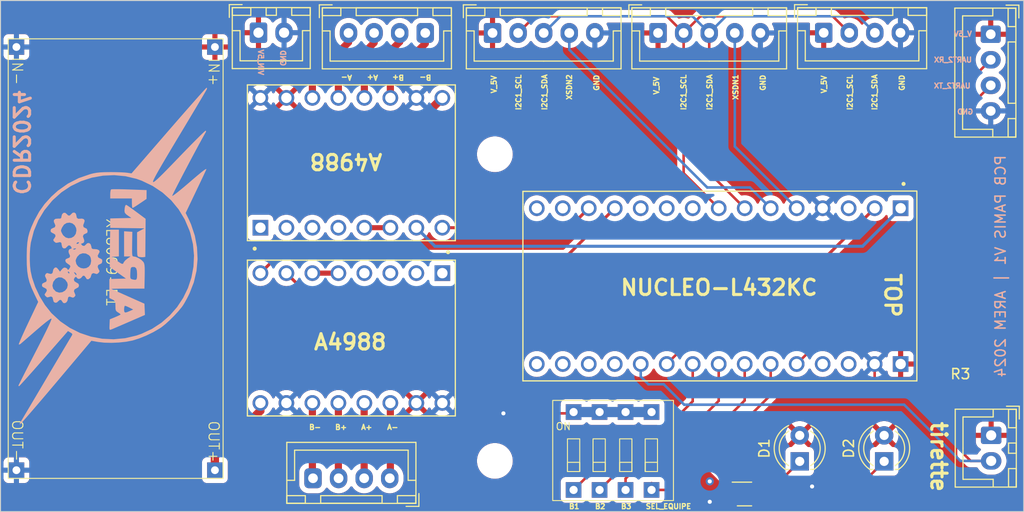
<source format=kicad_pcb>
(kicad_pcb (version 20240108) (generator "pcbnew") (generator_version "8.0")
  (title_block (title "Carte générale PAMIs") (date "2024-03-16") (rev "Cyril, Eliott") (company "AREM"))
  (layers (0 "F.Cu" signal) (31 "B.Cu" signal) (34 "B.Paste" user) (35 "F.Paste" user) (36 "B.SilkS" user "B.Silkscreen") (37 "F.SilkS" user "F.Silkscreen") (38 "B.Mask" user) (39 "F.Mask" user) (44 "Edge.Cuts" user))
  (net 0 "")
  (net 1 "MUX_INPUT_1")
  (net 2 "V_5V")
  (net 3 "MUX_INPUT_2")
  (net 4 "GND")
  (net 5 "I2C1_SCL")
  (net 6 "I2C1_SDA")
  (net 7 "M1_B-")
  (net 8 "M1_B+")
  (net 9 "M1_A+")
  (net 10 "M1_A-")
  (net 11 "M2_B-")
  (net 12 "M2_B+")
  (net 13 "M2_A+")
  (net 14 "M2_A-")
  (net 15 "UART2_RX")
  (net 16 "UART2_TX")
  (net 17 "MUX_OUTPUT")
  (net 18 "V_9V")
  (net 23 "Net-(U2-~RESET)")
  (net 24 "STEP1")
  (net 25 "DIR1")
  (net 30 "Net-(U3-~RESET)")
  (net 31 "STEP2")
  (net 32 "DIR2")
  (net 34 "XSDN1")
  (net 35 "XSDN2")
  (net 37 "TIRETTE")
  (net 42 "V_3.3V")
  (net 46 "BINARY_1")
  (net 47 "BINARY_2")
  (net 48 "BINARY_3")
  (net 49 "SELECT_EQUIPE")
  (net 52 "Net-(R2-Pad1)")
  (footprint "Resistor_SMD:R_0201_0603Metric" (layer "F.Cu") (at 197.394 101.346 180)
    (property "Reference" "R2" (hide yes))
    (property "Value" "R" (hide yes))
    (pad "1" smd roundrect (at -0.32 0 180) (size 0.46 0.4) (layers "F.Cu" "F.Mask") (net 52 "Net-(R2-Pad1)"))
    (pad "2" smd roundrect (at 0.32 0 180) (size 0.46 0.4) (layers "F.Cu" "F.Mask") (net 4 "GND"))
  )
  (footprint "lib:XL6009-E1" (layer "F.Cu") (at 147.34 86.2076 -90)
    (property "Reference" "U1" (hide yes))
    (property "Value" "~" (hide yes))
    (fp_text user "OUT+" (at 15.8 -19.6 -90) (layer "F.SilkS") (effects (font (thickness 0.1)) (justify left bottom)))
    (fp_text user "IN-" (at -19.8 -0.4 -90) (layer "F.SilkS") (effects (font (thickness 0.1)) (justify left bottom)))
    (fp_text user "IN+" (at -19.7 -19.6 -90) (layer "F.SilkS") (effects (font (thickness 0.1)) (justify left bottom)))
    (fp_text user "OUT-" (at 15.7 -0.4 -90) (layer "F.SilkS") (effects (font (thickness 0.1)) (justify left bottom)))
    (fp_text user "XL6009-E1" (at -4 -9.6 -90) (layer "F.SilkS") (effects (font (thickness 0.1)) (justify left bottom)))
    (pad "1" thru_hole rect (at -20.7 -20.3 270) (size 1.524 1.524) (drill 0.762) (layers "*.Cu" "*.Mask") (net 2 "V_5V"))
    (pad "2" thru_hole rect (at -20.7 -0.9 270) (size 1.524 1.524) (drill 0.762) (layers "*.Cu" "*.Mask") (net 4 "GND"))
    (pad "3" thru_hole rect (at 20.7 -20.3 270) (size 1.524 1.524) (drill 0.762) (layers "*.Cu" "*.Mask") (net 18 "V_9V"))
    (pad "4" thru_hole rect (at 20.7 -0.9 270) (size 1.524 1.524) (drill 0.762) (layers "*.Cu" "*.Mask") (net 4 "GND"))
  )
  (footprint "lib:EDG104S" (layer "F.Cu") (at 202.692 108.839)
    (property "Reference" "U5" (hide yes))
    (property "Value" "~" (hide yes))
    (fp_text user "ON" (at -1.8 -5.8 0) (layer "F.SilkS") (effects (font (size 0.7 0.7) (thickness 0.1)) (justify left bottom)))
    (pad "1" thru_hole rect (at 0 0) (size 1.524 1.524) (drill 0.8) (layers "*.Cu" "*.Mask") (net 46 "BINARY_1"))
    (pad "2" thru_hole rect (at 2.54 0) (size 1.524 1.524) (drill 0.8) (layers "*.Cu" "*.Mask") (net 47 "BINARY_2"))
    (pad "3" thru_hole rect (at 5.08 0) (size 1.524 1.524) (drill 0.8) (layers "*.Cu" "*.Mask") (net 48 "BINARY_3"))
    (pad "4" thru_hole rect (at 7.62 0) (size 1.524 1.524) (drill 0.8) (layers "*.Cu" "*.Mask") (net 49 "SELECT_EQUIPE"))
    (pad "5" thru_hole rect (at 7.62 -7.62) (size 1.524 1.524) (drill 0.8) (layers "*.Cu" "*.Mask") (net 52 "Net-(R2-Pad1)"))
    (pad "6" thru_hole rect (at 5.08 -7.62) (size 1.524 1.524) (drill 0.8) (layers "*.Cu" "*.Mask") (net 52 "Net-(R2-Pad1)"))
    (pad "7" thru_hole rect (at 2.54 -7.62) (size 1.524 1.524) (drill 0.8) (layers "*.Cu" "*.Mask") (net 52 "Net-(R2-Pad1)"))
    (pad "8" thru_hole rect (at 0 -7.62) (size 1.524 1.524) (drill 0.8) (layers "*.Cu" "*.Mask") (net 52 "Net-(R2-Pad1)"))
  )
  (footprint "Connector_JST:JST_XH_B2B-XH-A_1x02_P2.50mm_Vertical" (layer "F.Cu") (at 171.8964 64.1096)
    (property "Reference" "J1" (hide yes))
    (property "Value" "JST_XH_2_pins" (hide yes))
    (pad "1" thru_hole roundrect (at 0 0) (size 1.7 2) (drill 1) (layers "*.Cu" "*.Mask") (roundrect_rratio 0.1470588235) (net 2 "V_5V"))
    (pad "2" thru_hole oval (at 2.5 0) (size 1.7 2) (drill 1) (layers "*.Cu" "*.Mask") (net 4 "GND"))
  )
  (footprint "lib:MODULE_A4988_STEPPER_MOTOR_DRIVER_CARRIER" (layer "F.Cu") (at 180.975 76.835 90)
    (property "Reference" "U3" (hide yes))
    (property "Value" "~" (hide yes))
    (pad "1" thru_hole rect (at -6.35 -8.89 90) (size 1.53 1.53) (drill 1.02) (layers "*.Cu" "*.Mask"))
    (pad "2" thru_hole circle (at -6.35 -6.35 90) (size 1.53 1.53) (drill 1.02) (layers "*.Cu" "*.Mask"))
    (pad "3" thru_hole circle (at -6.35 -3.81 90) (size 1.53 1.53) (drill 1.02) (layers "*.Cu" "*.Mask"))
    (pad "4" thru_hole circle (at -6.35 -1.27 90) (size 1.53 1.53) (drill 1.02) (layers "*.Cu" "*.Mask"))
    (pad "5" thru_hole circle (at -6.35 1.27 90) (size 1.53 1.53) (drill 1.02) (layers "*.Cu" "*.Mask") (net 30 "Net-(U3-~RESET)"))
    (pad "6" thru_hole circle (at -6.35 3.81 90) (size 1.53 1.53) (drill 1.02) (layers "*.Cu" "*.Mask") (net 30 "Net-(U3-~RESET)"))
    (pad "7" thru_hole circle (at -6.35 6.35 90) (size 1.53 1.53) (drill 1.02) (layers "*.Cu" "*.Mask") (net 31 "STEP2"))
    (pad "8" thru_hole circle (at -6.35 8.89 90) (size 1.53 1.53) (drill 1.02) (layers "*.Cu" "*.Mask") (net 32 "DIR2"))
    (pad "9" thru_hole circle (at 6.35 8.89 90) (size 1.53 1.53) (drill 1.02) (layers "*.Cu" "*.Mask") (net 18 "V_9V"))
    (pad "10" thru_hole circle (at 6.35 6.35 90) (size 1.53 1.53) (drill 1.02) (layers "*.Cu" "*.Mask") (net 4 "GND"))
    (pad "11" thru_hole circle (at 6.35 3.81 90) (size 1.53 1.53) (drill 1.02) (layers "*.Cu" "*.Mask") (net 11 "M2_B-"))
    (pad "12" thru_hole circle (at 6.35 1.27 90) (size 1.53 1.53) (drill 1.02) (layers "*.Cu" "*.Mask") (net 12 "M2_B+"))
    (pad "13" thru_hole circle (at 6.35 -1.27 90) (size 1.53 1.53) (drill 1.02) (layers "*.Cu" "*.Mask") (net 13 "M2_A+"))
    (pad "14" thru_hole circle (at 6.35 -3.81 90) (size 1.53 1.53) (drill 1.02) (layers "*.Cu" "*.Mask") (net 14 "M2_A-"))
    (pad "15" thru_hole circle (at 6.35 -6.35 90) (size 1.53 1.53) (drill 1.02) (layers "*.Cu" "*.Mask") (net 2 "V_5V"))
    (pad "16" thru_hole circle (at 6.35 -8.89 90) (size 1.53 1.53) (drill 1.02) (layers "*.Cu" "*.Mask") (net 4 "GND"))
  )
  (footprint "Connector_JST:JST_XH_B4B-XH-A_1x04_P2.50mm_Vertical" (layer "F.Cu") (at 243.459 64.262 -90)
    (property "Reference" "J7" (hide yes))
    (property "Value" "JST_XH_4_pins" (hide yes))
    (pad "1" thru_hole roundrect (at 0 0 270) (size 1.7 1.95) (drill 0.95) (layers "*.Cu" "*.Mask") (roundrect_rratio 0.1470588235) (net 2 "V_5V"))
    (pad "2" thru_hole oval (at 2.5 0 270) (size 1.7 1.95) (drill 0.95) (layers "*.Cu" "*.Mask") (net 15 "UART2_RX"))
    (pad "3" thru_hole oval (at 5 0 270) (size 1.7 1.95) (drill 0.95) (layers "*.Cu" "*.Mask") (net 16 "UART2_TX"))
    (pad "4" thru_hole oval (at 7.5 0 270) (size 1.7 1.95) (drill 0.95) (layers "*.Cu" "*.Mask") (net 4 "GND"))
  )
  (footprint "Connector_JST:JST_XH_B5B-XH-A_1x05_P2.50mm_Vertical" (layer "F.Cu") (at 210.947 64.135)
    (property "Reference" "J2" (hide yes))
    (property "Value" "Conn_01x05_Pin" (hide yes))
    (pad "1" thru_hole roundrect (at 0 0) (size 1.7 1.95) (drill 0.95) (layers "*.Cu" "*.Mask") (roundrect_rratio 0.1470588235) (net 2 "V_5V"))
    (pad "2" thru_hole oval (at 2.5 0) (size 1.7 1.95) (drill 0.95) (layers "*.Cu" "*.Mask") (net 5 "I2C1_SCL"))
    (pad "3" thru_hole oval (at 5 0) (size 1.7 1.95) (drill 0.95) (layers "*.Cu" "*.Mask") (net 6 "I2C1_SDA"))
    (pad "4" thru_hole oval (at 7.5 0) (size 1.7 1.95) (drill 0.95) (layers "*.Cu" "*.Mask") (net 34 "XSDN1"))
    (pad "5" thru_hole oval (at 10 0) (size 1.7 1.95) (drill 0.95) (layers "*.Cu" "*.Mask") (net 4 "GND"))
  )
  (footprint "Resistor_SMD:R_0201_0603Metric" (layer "F.Cu") (at 223.835 109.22)
    (property "Reference" "R1" (hide yes))
    (property "Value" "R" (hide yes))
    (pad "1" smd roundrect (at -0.32 0) (size 0.46 0.4) (layers "F.Cu" "F.Mask") (net 17 "MUX_OUTPUT"))
    (pad "2" smd roundrect (at 0.32 0) (size 0.46 0.4) (layers "F.Cu" "F.Mask") (net 4 "GND"))
  )
  (footprint "MountingHole:MountingHole_3mm" (layer "F.Cu") (at 195 76)
    (property "Reference" "H1" (hide yes))
    (property "Value" "MountingHole" (hide yes))
    (pad "" np_thru_hole circle (at 0 0) (size 3 3) (drill 3) (layers "*.Cu" "*.Mask"))
  )
  (footprint "Connector_JST:JST_XH_B2B-XH-A_1x02_P2.50mm_Vertical" (layer "F.Cu") (at 243.5 103.5 -90)
    (property "Reference" "J8" (hide yes))
    (property "Value" "JST_XH_2_pins" (hide yes))
    (pad "1" thru_hole roundrect (at 0 0 270) (size 1.7 2) (drill 1) (layers "*.Cu" "*.Mask") (roundrect_rratio 0.147059) (net 2 "V_5V"))
    (pad "2" thru_hole oval (at 2.5 0 270) (size 1.7 2) (drill 1) (layers "*.Cu" "*.Mask") (net 37 "TIRETTE"))
  )
  (footprint "MountingHole:MountingHole_3mm" (layer "F.Cu") (at 195 106)
    (property "Reference" "H2" (hide yes))
    (property "Value" "MountingHole" (hide yes))
    (pad "" np_thru_hole circle (at 0 0) (size 3 3) (drill 3) (layers "*.Cu" "*.Mask"))
  )
  (footprint "LED_THT:LED_D4.0mm" (layer "F.Cu") (at 233.045 106.045 90)
    (property "Reference" "D2" (at 1.27 -3.46 90) (layer "F.SilkS"))
    (property "Value" "LED_JAUNE" (hide yes))
    (pad "1" thru_hole rect (at 0 0 90) (size 1.8 1.8) (drill 0.9) (layers "*.Cu" "*.Mask") (net 3 "MUX_INPUT_2"))
    (pad "2" thru_hole circle (at 2.54 0 90) (size 1.8 1.8) (drill 0.9) (layers "*.Cu" "*.Mask") (net 2 "V_5V"))
  )
  (footprint "lib:MODULE_A4988_STEPPER_MOTOR_DRIVER_CARRIER" (layer "F.Cu") (at 180.975 93.98 -90)
    (property "Reference" "U2" (hide yes))
    (property "Value" "~" (hide yes))
    (pad "1" thru_hole rect (at -6.35 -8.89 270) (size 1.53 1.53) (drill 1.02) (layers "*.Cu" "*.Mask"))
    (pad "2" thru_hole circle (at -6.35 -6.35 270) (size 1.53 1.53) (drill 1.02) (layers "*.Cu" "*.Mask"))
    (pad "3" thru_hole circle (at -6.35 -3.81 270) (size 1.53 1.53) (drill 1.02) (layers "*.Cu" "*.Mask"))
    (pad "4" thru_hole circle (at -6.35 -1.27 270) (size 1.53 1.53) (drill 1.02) (layers "*.Cu" "*.Mask"))
    (pad "5" thru_hole circle (at -6.35 1.27 270) (size 1.53 1.53) (drill 1.02) (layers "*.Cu" "*.Mask") (net 23 "Net-(U2-~RESET)"))
    (pad "6" thru_hole circle (at -6.35 3.81 270) (size 1.53 1.53) (drill 1.02) (layers "*.Cu" "*.Mask") (net 23 "Net-(U2-~RESET)"))
    (pad "7" thru_hole circle (at -6.35 6.35 270) (size 1.53 1.53) (drill 1.02) (layers "*.Cu" "*.Mask") (net 24 "STEP1"))
    (pad "8" thru_hole circle (at -6.35 8.89 270) (size 1.53 1.53) (drill 1.02) (layers "*.Cu" "*.Mask") (net 25 "DIR1"))
    (pad "9" thru_hole circle (at 6.35 8.89 270) (size 1.53 1.53) (drill 1.02) (layers "*.Cu" "*.Mask") (net 18 "V_9V"))
    (pad "10" thru_hole circle (at 6.35 6.35 270) (size 1.53 1.53) (drill 1.02) (layers "*.Cu" "*.Mask") (net 4 "GND"))
    (pad "11" thru_hole circle (at 6.35 3.81 270) (size 1.53 1.53) (drill 1.02) (layers "*.Cu" "*.Mask") (net 7 "M1_B-"))
    (pad "12" thru_hole circle (at 6.35 1.27 270) (size 1.53 1.53) (drill 1.02) (layers "*.Cu" "*.Mask") (net 8 "M1_B+"))
    (pad "13" thru_hole circle (at 6.35 -1.27 270) (size 1.53 1.53) (drill 1.02) (layers "*.Cu" "*.Mask") (net 9 "M1_A+"))
    (pad "14" thru_hole circle (at 6.35 -3.81 270) (size 1.53 1.53) (drill 1.02) (layers "*.Cu" "*.Mask") (net 10 "M1_A-"))
    (pad "15" thru_hole circle (at 6.35 -6.35 270) (size 1.53 1.53) (drill 1.02) (layers "*.Cu" "*.Mask") (net 2 "V_5V"))
    (pad "16" thru_hole circle (at 6.35 -8.89 270) (size 1.53 1.53) (drill 1.02) (layers "*.Cu" "*.Mask") (net 4 "GND"))
  )
  (footprint "Resistor_SMD:R_0201_0603Metric" (layer "F.Cu") (at 240.5 99)
    (property "Reference" "R3" (at 0 -1.5 0) (layer "F.SilkS"))
    (property "Value" "R" (hide yes))
    (pad "1" smd roundrect (at -0.32 0) (size 0.46 0.4) (layers "F.Cu" "F.Mask") (net 4 "GND"))
    (pad "2" smd roundrect (at 0.32 0) (size 0.46 0.4) (layers "F.Cu" "F.Mask") (net 37 "TIRETTE"))
  )
  (footprint "LED_THT:LED_D4.0mm" (layer "F.Cu") (at 224.79 106.045 90)
    (property "Reference" "D1" (at 1.27 -3.46 90) (layer "F.SilkS"))
    (property "Value" "LED_BLEU" (hide yes))
    (pad "1" thru_hole rect (at 0 0 90) (size 1.8 1.8) (drill 0.9) (layers "*.Cu" "*.Mask") (net 1 "MUX_INPUT_1"))
    (pad "2" thru_hole circle (at 2.54 0 90) (size 1.8 1.8) (drill 0.9) (layers "*.Cu" "*.Mask") (net 2 "V_5V"))
  )
  (footprint "Connector_JST:JST_XH_B4B-XH-A_1x04_P2.50mm_Vertical" (layer "F.Cu") (at 180.6956 64.135)
    (property "Reference" "J6" (hide yes))
    (property "Value" "JST_XH_4_pins" (hide yes))
    (pad "1" thru_hole roundrect (at 7.5 0) (size 1.7 1.95) (drill 0.95) (layers "*.Cu" "*.Mask") (net 11 "M2_B-"))
    (pad "2" thru_hole oval (at 5 0) (size 1.7 1.95) (drill 0.95) (layers "*.Cu" "*.Mask") (net 12 "M2_B+"))
    (pad "3" thru_hole oval (at 2.5 0) (size 1.7 1.95) (drill 0.95) (layers "*.Cu" "*.Mask") (net 13 "M2_A+"))
    (pad "4" thru_hole oval (at 0 0) (size 1.7 1.95) (drill 0.95) (layers "*.Cu" "*.Mask") (net 14 "M2_A-"))
  )
  (footprint "Connector_JST:JST_XH_B5B-XH-A_1x05_P2.50mm_Vertical" (layer "F.Cu") (at 194.771 64.135)
    (property "Reference" "J4" (hide yes))
    (property "Value" "Conn_01x05_Pin" (hide yes))
    (pad "1" thru_hole roundrect (at 0 0) (size 1.7 1.95) (drill 0.95) (layers "*.Cu" "*.Mask") (roundrect_rratio 0.1470588235) (net 2 "V_5V"))
    (pad "2" thru_hole oval (at 2.5 0) (size 1.7 1.95) (drill 0.95) (layers "*.Cu" "*.Mask") (net 5 "I2C1_SCL"))
    (pad "3" thru_hole oval (at 5 0) (size 1.7 1.95) (drill 0.95) (layers "*.Cu" "*.Mask") (net 6 "I2C1_SDA"))
    (pad "4" thru_hole oval (at 7.5 0) (size 1.7 1.95) (drill 0.95) (layers "*.Cu" "*.Mask") (net 35 "XSDN2"))
    (pad "5" thru_hole oval (at 10 0) (size 1.7 1.95) (drill 0.95) (layers "*.Cu" "*.Mask") (net 4 "GND"))
  )
  (footprint "logo:logo_arem" (layer "F.Cu") (at 158 85.5 -90)
    (property "Reference" "Logo arem" (hide yes))
    (property "Value" "LOGO" (hide yes))
  )
  (footprint "Connector_JST:JST_XH_B4B-XH-A_1x04_P2.50mm_Vertical" (layer "F.Cu") (at 184.725 107.696 180)
    (property "Reference" "J5" (hide yes))
    (property "Value" "JST_XH_4_pins" (hide yes))
    (pad "1" thru_hole roundrect (at 7.5 0 180) (size 1.7 1.95) (drill 0.95) (layers "*.Cu" "*.Mask") (net 7 "M1_B-"))
    (pad "2" thru_hole oval (at 5 0 180) (size 1.7 1.95) (drill 0.95) (layers "*.Cu" "*.Mask") (net 8 "M1_B+"))
    (pad "3" thru_hole oval (at 2.5 0 180) (size 1.7 1.95) (drill 0.95) (layers "*.Cu" "*.Mask") (net 9 "M1_A+"))
    (pad "4" thru_hole oval (at 0 0 180) (size 1.7 1.95) (drill 0.95) (layers "*.Cu" "*.Mask") (net 10 "M1_A-"))
  )
  (footprint "lib:MODULE_NUCLEO-L432KC" (layer "F.Cu") (at 218.44 88.9 -90)
    (property "Reference" "U4" (hide yes))
    (property "Value" "~" (hide yes))
    (pad "1" thru_hole rect (at -7.62 -16.215 270) (size 1.53 1.53) (drill 1.02) (layers "*.Cu" "*.Mask") (net 31 "STEP2"))
    (pad "2" thru_hole circle (at -7.62 -13.675 270) (size 1.53 1.53) (drill 1.02) (layers "*.Cu" "*.Mask") (net 24 "STEP1"))
    (pad "3" thru_hole circle (at -7.62 -11.135 270) (size 1.53 1.53) (drill 1.02) (layers "*.Cu" "*.Mask"))
    (pad "4" thru_hole circle (at -7.62 -8.595 270) (size 1.53 1.53) (drill 1.02) (layers "*.Cu" "*.Mask") (net 4 "GND"))
    (pad "5" thru_hole circle (at -7.62 -6.055 270) (size 1.53 1.53) (drill 1.02) (layers "*.Cu" "*.Mask") (net 34 "XSDN1"))
    (pad "6" thru_hole circle (at -7.62 -3.515 270) (size 1.53 1.53) (drill 1.02) (layers "*.Cu" "*.Mask") (net 35 "XSDN2"))
    (pad "7" thru_hole circle (at -7.62 -0.975 270) (size 1.53 1.53) (drill 1.02) (layers "*.Cu" "*.Mask") (net 6 "I2C1_SDA"))
    (pad "8" thru_hole circle (at -7.62 1.565 270) (size 1.53 1.53) (drill 1.02) (layers "*.Cu" "*.Mask") (net 5 "I2C1_SCL"))
    (pad "9" thru_hole circle (at -7.62 4.105 270) (size 1.53 1.53) (drill 1.02) (layers "*.Cu" "*.Mask"))
    (pad "10" thru_hole circle (at -7.62 6.645 270) (size 1.53 1.53) (drill 1.02) (layers "*.Cu" "*.Mask"))
    (pad "11" thru_hole circle (at -7.62 9.185 270) (size 1.53 1.53) (drill 1.02) (layers "*.Cu" "*.Mask"))
    (pad "12" thru_hole circle (at -7.62 11.725 270) (size 1.53 1.53) (drill 1.02) (layers "*.Cu" "*.Mask") (net 25 "DIR1"))
    (pad "13" thru_hole circle (at -7.62 14.265 270) (size 1.53 1.53) (drill 1.02) (layers "*.Cu" "*.Mask") (net 32 "DIR2"))
    (pad "14" thru_hole circle (at -7.62 16.805 270) (size 1.53 1.53) (drill 1.02) (layers "*.Cu" "*.Mask"))
    (pad "15" thru_hole circle (at -7.62 19.345 270) (size 1.53 1.53) (drill 1.02) (layers "*.Cu" "*.Mask"))
    (pad "16" thru_hole circle (at 7.62 19.345 270) (size 1.53 1.53) (drill 1.02) (layers "*.Cu" "*.Mask"))
    (pad "17" thru_hole circle (at 7.62 16.805 270) (size 1.53 1.53) (drill 1.02) (layers "*.Cu" "*.Mask") (net 42 "V_3.3V"))
    (pad "18" thru_hole circle (at 7.62 14.265 270) (size 1.53 1.53) (drill 1.02) (layers "*.Cu" "*.Mask"))
    (pad "19" thru_hole circle (at 7.62 11.725 270) (size 1.53 1.53) (drill 1.02) (layers "*.Cu" "*.Mask"))
    (pad "20" thru_hole circle (at 7.62 9.185 270) (size 1.53 1.53) (drill 1.02) (layers "*.Cu" "*.Mask") (net 37 "TIRETTE"))
    (pad "21" thru_hole circle (at 7.62 6.645 270) (size 1.53 1.53) (drill 1.02) (layers "*.Cu" "*.Mask") (net 15 "UART2_RX"))
    (pad "22" thru_hole circle (at 7.62 4.105 270) (size 1.53 1.53) (drill 1.02) (layers "*.Cu" "*.Mask") (net 46 "BINARY_1"))
    (pad "23" thru_hole circle (at 7.62 1.565 270) (size 1.53 1.53) (drill 1.02) (layers "*.Cu" "*.Mask") (net 47 "BINARY_2"))
    (pad "24" thru_hole circle (at 7.62 -0.975 270) (size 1.53 1.53) (drill 1.02) (layers "*.Cu" "*.Mask") (net 48 "BINARY_3"))
    (pad "25" thru_hole circle (at 7.62 -3.515 270) (size 1.53 1.53) (drill 1.02) (layers "*.Cu" "*.Mask") (net 49 "SELECT_EQUIPE"))
    (pad "26" thru_hole circle (at 7.62 -6.055 270) (size 1.53 1.53) (drill 1.02) (layers "*.Cu" "*.Mask") (net 16 "UART2_TX"))
    (pad "27" thru_hole circle (at 7.62 -8.595 270) (size 1.53 1.53) (drill 1.02) (layers "*.Cu" "*.Mask"))
    (pad "28" thru_hole circle (at 7.62 -11.135 270) (size 1.53 1.53) (drill 1.02) (layers "*.Cu" "*.Mask"))
    (pad "29" thru_hole circle (at 7.62 -13.675 270) (size 1.53 1.53) (drill 1.02) (layers "*.Cu" "*.Mask") (net 4 "GND"))
    (pad "30" thru_hole rect (at 7.62 -16.215 270) (size 1.53 1.53) (drill 1.02) (layers "*.Cu" "*.Mask") (net 2 "V_5V"))
  )
  (footprint "Connector_JST:JST_XH_B4B-XH-A_1x04_P2.50mm_Vertical" (layer "F.Cu") (at 227.136 64.118)
    (property "Reference" "J3" (hide yes))
    (property "Value" "JST_XH_4_pins" (hide yes))
    (pad "1" thru_hole roundrect (at 0 0) (size 1.7 1.95) (drill 0.95) (layers "*.Cu" "*.Mask") (roundrect_rratio 0.1470588235) (net 2 "V_5V"))
    (pad "2" thru_hole oval (at 2.5 0) (size 1.7 1.95) (drill 0.95) (layers "*.Cu" "*.Mask") (net 5 "I2C1_SCL"))
    (pad "3" thru_hole oval (at 5 0) (size 1.7 1.95) (drill 0.95) (layers "*.Cu" "*.Mask") (net 6 "I2C1_SDA"))
    (pad "4" thru_hole oval (at 7.5 0) (size 1.7 1.95) (drill 0.95) (layers "*.Cu" "*.Mask") (net 4 "GND"))
  )
  (footprint "Package_TO_SOT_SMD:SOT-363_SC-70-6" (layer "F.Cu") (at 219.395 109.235)
    (property "Reference" "U7" (hide yes))
    (property "Value" "~" (hide yes))
    (pad "1" smd rect (at -0.95 -0.65) (size 0.65 0.4) (layers "F.Cu" "F.Paste" "F.Mask") (net 49 "SELECT_EQUIPE"))
    (pad "2" smd rect (at -0.95 0) (size 0.65 0.4) (layers "F.Cu" "F.Paste" "F.Mask") (net 2 "V_5V"))
    (pad "3" smd rect (at -0.95 0.65) (size 0.65 0.4) (layers "F.Cu" "F.Paste" "F.Mask") (net 4 "GND"))
    (pad "4" smd rect (at 0.95 0.65) (size 0.65 0.4) (layers "F.Cu" "F.Paste" "F.Mask") (net 3 "MUX_INPUT_2"))
    (pad "5" smd rect (at 0.95 0) (size 0.65 0.4) (layers "F.Cu" "F.Paste" "F.Mask") (net 17 "MUX_OUTPUT"))
    (pad "6" smd rect (at 0.95 -0.65) (size 0.65 0.4) (layers "F.Cu" "F.Paste" "F.Mask") (net 1 "MUX_INPUT_1"))
  )
  (gr_rect (start 146.685 60.96) (end 246.685 110.96) (stroke (width 0.1)) (fill none) (layer "Edge.Cuts"))
  (gr_text "PCB PAMIS V1 | AREM 2024" (at 245 76 90) (layer "B.SilkS") (effects (font (size 1 1)) (justify left bottom mirror)))
  (gr_text "CDR2024" (at 147.828 80.137 -90) (layer "B.SilkS") (effects (font (size 1.5 1.5) (thickness 0.3) (bold yes)) (justify left bottom mirror)))
  (gr_text "GND" (at 241.808 72.136 0) (layer "B.SilkS") (effects (font (size 0.5 0.5) (thickness 0.125) (bold yes)) (justify left bottom mirror)))
  (gr_text "V_5V" (at 241.681 64.516 0) (layer "B.SilkS") (effects (font (size 0.5 0.5) (thickness 0.125) (bold yes)) (justify left bottom mirror)))
  (gr_text "GND" (at 173.99 67.437 -90) (layer "B.SilkS") (effects (font (size 0.5 0.5) (thickness 0.125) (bold yes)) (justify left bottom mirror)))
  (gr_text "UART2_RX" (at 241.681 67.056 0) (layer "B.SilkS") (effects (font (size 0.5 0.5) (thickness 0.125) (bold yes)) (justify left bottom mirror)))
  (gr_text "UART2_TX" (at 241.554 69.596 0) (layer "B.SilkS") (effects (font (size 0.5 0.5) (thickness 0.125) (bold yes)) (justify left bottom mirror)))
  (gr_text "VIN_5V" (at 171.831 68.326 -90) (layer "B.SilkS") (effects (font (size 0.5 0.5) (thickness 0.125) (bold yes)) (justify left bottom mirror)))
  (gr_text "GND" (at 205.232 69.85 90) (layer "F.SilkS") (effects (font (size 0.5 0.5) (thickness 0.125) (bold yes)) (justify left bottom)))
  (gr_text "XSDN2" (at 202.565 70.739 90) (layer "F.SilkS") (effects (font (size 0.5 0.5) (thickness 0.125) (bold yes)) (justify left bottom)))
  (gr_text "SEL_EQUIPE" (at 209.677 110.744 0) (layer "F.SilkS") (effects (font (size 0.5 0.5) (thickness 0.125) (bold yes)) (justify left bottom)))
  (gr_text "A4988\n" (at 184.15 75.819 180) (layer "F.SilkS") (effects (font (size 1.5 1.5) (thickness 0.3) (bold yes)) (justify left bottom)))
  (gr_text "B2" (at 204.724 110.744 0) (layer "F.SilkS") (effects (font (size 0.5 0.5) (thickness 0.125) (bold yes)) (justify left bottom)))
  (gr_text "B+" (at 186.182 68.199 180) (layer "F.SilkS") (effects (font (size 0.5 0.5) (thickness 0.125) (bold yes)) (justify left bottom)))
  (gr_text "TOP" (at 233 87.5 270) (layer "F.SilkS") (effects (font (size 1.5 1.5) (thickness 0.3) (bold yes)) (justify left bottom)))
  (gr_text "I2C1_SDA" (at 200.152 71.755 90) (layer "F.SilkS") (effects (font (size 0.5 0.5) (thickness 0.125) (bold yes)) (justify left bottom)))
  (gr_text "I2C1_SDA" (at 216.281 71.755 90) (layer "F.SilkS") (effects (font (size 0.5 0.5) (thickness 0.125) (bold yes)) (justify left bottom)))
  (gr_text "V_5V" (at 195.199 70.104 90) (layer "F.SilkS") (effects (font (size 0.5 0.5) (thickness 0.125) (bold yes)) (justify left bottom)))
  (gr_text "I2C1_SCL" (at 213.741 71.755 90) (layer "F.SilkS") (effects (font (size 0.5 0.5) (thickness 0.125) (bold yes)) (justify left bottom)))
  (gr_text "I2C1_SCL" (at 197.612 71.755 90) (layer "F.SilkS") (effects (font (size 0.5 0.5) (thickness 0.125) (bold yes)) (justify left bottom)))
  (gr_text "A-" (at 184.404 102.997 0) (layer "F.SilkS") (effects (font (size 0.5 0.5) (thickness 0.125) (bold yes)) (justify left bottom)))
  (gr_text "XSDN1" (at 218.821 70.739 90) (layer "F.SilkS") (effects (font (size 0.5 0.5) (thickness 0.125) (bold yes)) (justify left bottom)))
  (gr_text "B3" (at 207.264 110.744 0) (layer "F.SilkS") (effects (font (size 0.5 0.5) (thickness 0.125) (bold yes)) (justify left bottom)))
  (gr_text "GND" (at 221.488 69.85 90) (layer "F.SilkS") (effects (font (size 0.5 0.5) (thickness 0.125) (bold yes)) (justify left bottom)))
  (gr_text "V_5V" (at 211.074 70.231 90) (layer "F.SilkS") (effects (font (size 0.5 0.5) (thickness 0.125) (bold yes)) (justify left bottom)))
  (gr_text "I2C1_SCL" (at 229.997 71.755 90) (layer "F.SilkS") (effects (font (size 0.5 0.5) (thickness 0.125) (bold yes)) (justify left bottom)))
  (gr_text "B-" (at 188.849 68.199 180) (layer "F.SilkS") (effects (font (size 0.5 0.5) (thickness 0.125) (bold yes)) (justify left bottom)))
  (gr_text "A-" (at 181.102 68.199 180) (layer "F.SilkS") (effects (font (size 0.5 0.5) (thickness 0.125) (bold yes)) (justify left bottom)))
  (gr_text "V_5V" (at 227.457 70.104 90) (layer "F.SilkS") (effects (font (size 0.5 0.5) (thickness 0.125) (bold yes)) (justify left bottom)))
  (gr_text "tirette" (at 237.5 102 270) (layer "F.SilkS") (effects (font (size 1.5 1.5) (thickness 0.3) (bold yes)) (justify left bottom)))
  (gr_text "GND" (at 235.077 69.85 90) (layer "F.SilkS") (effects (font (size 0.5 0.5) (thickness 0.125) (bold yes)) (justify left bottom)))
  (gr_text "I2C1_SDA" (at 232.41 71.755 90) (layer "F.SilkS") (effects (font (size 0.5 0.5) (thickness 0.125) (bold yes)) (justify left bottom)))
  (gr_text "A+" (at 181.864 102.997 0) (layer "F.SilkS") (effects (font (size 0.5 0.5) (thickness 0.125) (bold yes)) (justify left bottom)))
  (gr_text "A4988\n" (at 177.165 95.25 0) (layer "F.SilkS") (effects (font (size 1.5 1.5) (thickness 0.3) (bold yes)) (justify left bottom)))
  (gr_text "B1" (at 202.184 110.744 0) (layer "F.SilkS") (effects (font (size 0.5 0.5) (thickness 0.125) (bold yes)) (justify left bottom)))
  (gr_text "A+" (at 183.642 68.199 180) (layer "F.SilkS") (effects (font (size 0.5 0.5) (thickness 0.125) (bold yes)) (justify left bottom)))
  (gr_text "B+" (at 179.324 102.997 0) (layer "F.SilkS") (effects (font (size 0.5 0.5) (thickness 0.125) (bold yes)) (justify left bottom)))
  (gr_text "NUCLEO-L432KC" (at 207.137 89.916 0) (layer "F.SilkS") (effects (font (size 1.5 1.5) (thickness 0.3) (bold yes)) (justify left bottom)))
  (gr_text "B-" (at 176.784 102.997 0) (layer "F.SilkS") (effects (font (size 0.5 0.5) (thickness 0.125) (bold yes)) (justify left bottom)))
  (segment (start 222.25 108.585) (end 224.79 106.045) (width 0.25) (layer "F.Cu") (net 1))
  (segment (start 220.345 108.585) (end 222.25 108.585) (width 0.25) (layer "F.Cu") (net 1))
  (segment (start 216 108) (end 217.235 109.235) (width 0.25) (layer "F.Cu") (net 2))
  (segment (start 243.5 98.5) (end 241.52 96.52) (width 0.25) (layer "F.Cu") (net 2))
  (segment (start 243.5 103.5) (end 243.5 98.5) (width 0.25) (layer "F.Cu") (net 2))
  (segment (start 217.235 109.235) (end 218.445 109.235) (width 0.25) (layer "F.Cu") (net 2))
  (segment (start 241.52 96.52) (end 234.655 96.52) (width 0.25) (layer "F.Cu") (net 2))
  (via (at 216 108) (size 0.8) (drill 0.4) (layers "F.Cu" "B.Cu") (net 2))
  (segment (start 229.205 109.885) (end 233.045 106.045) (width 0.25) (layer "F.Cu") (net 3))
  (segment (start 220.345 109.885) (end 229.205 109.885) (width 0.25) (layer "F.Cu") (net 3))
  (segment (start 233 99) (end 240.18 99) (width 0.25) (layer "F.Cu") (net 4))
  (segment (start 224.155 109.22) (end 225.28 109.22) (width 0.25) (layer "F.Cu") (net 4))
  (segment (start 232.115 96.52) (end 232.115 98.115) (width 0.25) (layer "F.Cu") (net 4))
  (segment (start 197.074 101.346) (end 195.834 101.346) (width 0.25) (layer "F.Cu") (net 4))
  (segment (start 232.115 98.115) (end 233 99) (width 0.25) (layer "F.Cu") (net 4))
  (segment (start 225.28 109.22) (end 226 108.5) (width 0.25) (layer "F.Cu") (net 4))
  (segment (start 218.33 110) (end 218.445 109.885) (width 0.25) (layer "F.Cu") (net 4))
  (segment (start 216 110) (end 218.33 110) (width 0.25) (layer "F.Cu") (net 4))
  (via (at 195.834 101.346) (size 0.8) (drill 0.4) (layers "F.Cu" "B.Cu") (net 4))
  (via (at 226 108.5) (size 0.8) (drill 0.4) (layers "F.Cu" "B.Cu") (net 4))
  (via (at 216 110) (size 0.8) (drill 0.4) (layers "F.Cu" "B.Cu") (net 4))
  (segment (start 215.082 62.5) (end 228.018 62.5) (width 0.25) (layer "F.Cu") (net 5))
  (segment (start 213.447 64.135) (end 213.447 77.852) (width 0.25) (layer "F.Cu") (net 5))
  (segment (start 213.447 64.135) (end 215.082 62.5) (width 0.25) (layer "F.Cu") (net 5))
  (segment (start 213.447 77.852) (end 216.875 81.28) (width 0.25) (layer "F.Cu") (net 5))
  (segment (start 213.447 64.135) (end 211.812 62.5) (width 0.25) (layer "F.Cu") (net 5))
  (segment (start 198.906 62.5) (end 197.271 64.135) (width 0.25) (layer "F.Cu") (net 5))
  (segment (start 228.018 62.5) (end 229.636 64.118) (width 0.25) (layer "F.Cu") (net 5))
  (segment (start 211.812 62.5) (end 198.906 62.5) (width 0.25) (layer "F.Cu") (net 5))
  (segment (start 215.947 64.135) (end 215.947 77.812) (width 0.25) (layer "F.Cu") (net 6))
  (segment (start 215.947 77.812) (end 219.415 81.28) (width 0.25) (layer "F.Cu") (net 6))
  (segment (start 201.406 62.5) (end 199.771 64.135) (width 0.25) (layer "B.Cu") (net 6))
  (segment (start 230.518 62.5) (end 232.136 64.118) (width 0.25) (layer "B.Cu") (net 6))
  (segment (start 215.947 64.135) (end 214.312 62.5) (width 0.25) (layer "B.Cu") (net 6))
  (segment (start 214.312 62.5) (end 201.406 62.5) (width 0.25) (layer "B.Cu") (net 6))
  (segment (start 217.582 62.5) (end 230.518 62.5) (width 0.25) (layer "B.Cu") (net 6))
  (segment (start 215.947 64.135) (end 217.582 62.5) (width 0.25) (layer "B.Cu") (net 6))
  (segment (start 177.165 107.636) (end 177.165 100.33) (width 0.7) (layer "F.Cu") (net 7))
  (segment (start 177.225 107.696) (end 177.165 107.636) (width 0.2) (layer "F.Cu") (net 7))
  (segment (start 179.705 100.33) (end 179.705 107.676) (width 0.7) (layer "F.Cu") (net 8))
  (segment (start 179.705 107.676) (end 179.725 107.696) (width 0.2) (layer "F.Cu") (net 8))
  (segment (start 182.225 107.696) (end 182.225 100.35) (width 0.7) (layer "F.Cu") (net 9))
  (segment (start 182.225 100.35) (end 182.245 100.33) (width 0.2) (layer "F.Cu") (net 9))
  (segment (start 184.785 100.33) (end 184.785 107.636) (width 0.7) (layer "F.Cu") (net 10))
  (segment (start 184.785 107.636) (end 184.725 107.696) (width 0.2) (layer "F.Cu") (net 10))
  (segment (start 188.1956 65.1694) (end 184.785 68.58) (width 0.7) (layer "F.Cu") (net 11))
  (segment (start 188.1956 64.135) (end 188.1956 65.1694) (width 0.7) (layer "F.Cu") (net 11))
  (segment (start 184.785 68.58) (end 184.785 70.485) (width 0.7) (layer "F.Cu") (net 11))
  (segment (start 182.245 68.453) (end 182.245 70.485) (width 0.7) (layer "F.Cu") (net 12))
  (segment (start 185.6956 65.0024) (end 182.245 68.453) (width 0.7) (layer "F.Cu") (net 12))
  (segment (start 185.6956 64.135) (end 185.6956 65.0024) (width 0.7) (layer "F.Cu") (net 12))
  (segment (start 179.705 68.58) (end 179.705 70.485) (width 0.7) (layer "F.Cu") (net 13))
  (segment (start 183.1956 65.0894) (end 179.705 68.58) (width 0.7) (layer "F.Cu") (net 13))
  (segment (start 183.1956 64.135) (end 183.1956 65.0894) (width 0.7) (layer "F.Cu") (net 13))
  (segment (start 177.165 68.58) (end 177.165 70.485) (width 0.7) (layer "F.Cu") (net 14))
  (segment (start 180.6956 65.0494) (end 177.165 68.58) (width 0.7) (layer "F.Cu") (net 14))
  (segment (start 180.6956 64.135) (end 180.6956 65.0494) (width 0.7) (layer "F.Cu") (net 14))
  (segment (start 237.5 72.721) (end 237.5 81.524) (width 0.25) (layer "F.Cu") (net 15))
  (segment (start 214.315 94) (end 211.795 96.52) (width 0.25) (layer "F.Cu") (net 15))
  (segment (start 243.459 66.762) (end 237.5 72.721) (width 0.25) (layer "F.Cu") (net 15))
  (segment (start 225.024 94) (end 214.315 94) (width 0.25) (layer "F.Cu") (net 15))
  (segment (start 237.5 81.524) (end 225.024 94) (width 0.25) (layer "F.Cu") (net 15))
  (segment (start 239 73.721) (end 239 82.015) (width 0.25) (layer "F.Cu") (net 16))
  (segment (start 239 82.015) (end 224.495 96.52) (width 0.25) (layer "F.Cu") (net 16))
  (segment (start 243.459 69.262) (end 239 73.721) (width 0.25) (layer "F.Cu") (net 16))
  (segment (start 220.36 109.22) (end 220.345 109.235) (width 0.25) (layer "F.Cu") (net 17))
  (segment (start 223.515 109.22) (end 220.36 109.22) (width 0.25) (layer "F.Cu") (net 17))
  (segment (start 181.991 78.359) (end 189.865 70.485) (width 0.8) (layer "F.Cu") (net 18))
  (segment (start 167.64 106.9076) (end 167.64 82.55) (width 0.8) (layer "F.Cu") (net 18))
  (segment (start 167.64 105.537) (end 172.085 101.092) (width 0.8) (layer "F.Cu") (net 18))
  (segment (start 171.831 78.359) (end 181.991 78.359) (width 0.8) (layer "F.Cu") (net 18))
  (segment (start 167.64 82.55) (end 171.831 78.359) (width 0.8) (layer "F.Cu") (net 18))
  (segment (start 167.64 106.9076) (end 167.64 105.537) (width 0.8) (layer "F.Cu") (net 18))
  (segment (start 172.085 101.092) (end 172.085 100.33) (width 0.8) (layer "F.Cu") (net 18))
  (segment (start 177.165 87.63) (end 179.705 87.63) (width 0.5) (layer "F.Cu") (net 23))
  (segment (start 223.895 89.5) (end 232.115 81.28) (width 0.3) (layer "F.Cu") (net 24))
  (segment (start 176.495 89.5) (end 223.895 89.5) (width 0.3) (layer "F.Cu") (net 24))
  (segment (start 174.625 87.63) (end 176.495 89.5) (width 0.3) (layer "F.Cu") (net 24))
  (segment (start 172.085 87.63) (end 173.715 86) (width 0.3) (layer "F.Cu") (net 25))
  (segment (start 173.715 86) (end 201.995 86) (width 0.3) (layer "F.Cu") (net 25))
  (segment (start 201.995 86) (end 206.715 81.28) (width 0.3) (layer "F.Cu") (net 25))
  (segment (start 182.245 83.185) (end 184.785 83.185) (width 0.5) (layer "F.Cu") (net 30))
  (segment (start 187.325 83.185) (end 189.14 85) (width 0.3) (layer "B.Cu") (net 31))
  (segment (start 189.14 85) (end 230.935 85) (width 0.3) (layer "B.Cu") (net 31))
  (segment (start 230.935 85) (end 234.655 81.28) (width 0.3) (layer "B.Cu") (net 31))
  (segment (start 202.27 83.185) (end 204.175 81.28) (width 0.3) (layer "F.Cu") (net 32))
  (segment (start 189.865 83.185) (end 202.27 83.185) (width 0.3) (layer "F.Cu") (net 32))
  (segment (start 218.447 64.135) (end 218.447 75.232) (width 0.25) (layer "B.Cu") (net 34))
  (segment (start 218.447 75.232) (end 224.495 81.28) (width 0.25) (layer "B.Cu") (net 34))
  (segment (start 202.271 65.771) (end 215.748 79.248) (width 0.25) (layer "B.Cu") (net 35))
  (segment (start 202.271 64.135) (end 202.271 65.771) (width 0.25) (layer "B.Cu") (net 35))
  (segment (start 219.923 79.248) (end 221.955 81.28) (width 0.25) (layer "B.Cu") (net 35))
  (segment (start 215.748 79.248) (end 219.923 79.248) (width 0.25) (layer "B.Cu") (net 35))
  (segment (start 241.5 106) (end 240.82 105.32) (width 0.25) (layer "F.Cu") (net 37))
  (segment (start 240.82 105.32) (end 240.82 99) (width 0.25) (layer "F.Cu") (net 37))
  (segment (start 243.5 106) (end 241.5 106) (width 0.25) (layer "F.Cu") (net 37))
  (segment (start 210 98.5) (end 209.255 97.755) (width 0.25) (layer "B.Cu") (net 37))
  (segment (start 235 100.5) (end 213.5 100.5) (width 0.25) (layer "B.Cu") (net 37))
  (segment (start 211.5 98.5) (end 210 98.5) (width 0.25) (layer "B.Cu") (net 37))
  (segment (start 213.5 100.5) (end 211.5 98.5) (width 0.25) (layer "B.Cu") (net 37))
  (segment (start 243.5 106) (end 240.5 106) (width 0.25) (layer "B.Cu") (net 37))
  (segment (start 240.5 106) (end 235 100.5) (width 0.25) (layer "B.Cu") (net 37))
  (segment (start 209.255 97.755) (end 209.255 96.52) (width 0.25) (layer "B.Cu") (net 37))
  (segment (start 205.031 106.5) (end 202.692 108.839) (width 0.25) (layer "F.Cu") (net 46))
  (segment (start 214.335 100.165) (end 210.5 104) (width 0.25) (layer "F.Cu") (net 46))
  (segment (start 214.335 96.52) (end 214.335 100.165) (width 0.25) (layer "F.Cu") (net 46))
  (segment (start 210.5 104) (end 207.5 104) (width 0.25) (layer "F.Cu") (net 46))
  (segment (start 205.031 106.469) (end 205.031 106.5) (width 0.25) (layer "F.Cu") (net 46))
  (segment (start 207.5 104) (end 205.031 106.469) (width 0.25) (layer "F.Cu") (net 46))
  (segment (start 208.571 105.5) (end 211.5 105.5) (width 0.25) (layer "F.Cu") (net 47))
  (segment (start 205.661 108.839) (end 205.232 108.839) (width 0.25) (layer "F.Cu") (net 47))
  (segment (start 211.5 105.5) (end 216.875 100.125) (width 0.25) (layer "F.Cu") (net 47))
  (segment (start 205.232 108.839) (end 208.571 105.5) (width 0.25) (layer "F.Cu") (net 47))
  (segment (start 216.875 100.125) (end 216.875 96.52) (width 0.25) (layer "F.Cu") (net 47))
  (segment (start 212.5 107) (end 219.415 100.085) (width 0.25) (layer "F.Cu") (net 48))
  (segment (start 207.772 107.728) (end 208.5 107) (width 0.25) (layer "F.Cu") (net 48))
  (segment (start 219.415 100.085) (end 219.415 96.52) (width 0.25) (layer "F.Cu") (net 48))
  (segment (start 208.5 107) (end 212.5 107) (width 0.25) (layer "F.Cu") (net 48))
  (segment (start 208.161 108.839) (end 207.772 108.839) (width 0.25) (layer "F.Cu") (net 48))
  (segment (start 207.772 108.839) (end 207.772 107.728) (width 0.25) (layer "F.Cu") (net 48))
  (segment (start 218.44 108.585) (end 216.5 106.645) (width 0.25) (layer "F.Cu") (net 49))
  (segment (start 216.5 105) (end 221.955 99.545) (width 0.25) (layer "F.Cu") (net 49))
  (segment (start 221.955 99.545) (end 221.955 96.52) (width 0.25) (layer "F.Cu") (net 49))
  (segment (start 216.5 106.645) (end 216.5 105) (width 0.25) (layer "F.Cu") (net 49))
  (segment (start 210.312 108.839) (end 210.312 108.163) (width 0.25) (layer "F.Cu") (net 49))
  (segment (start 210.312 108.839) (end 212.661 108.839) (width 0.25) (layer "F.Cu") (net 49))
  (segment (start 218.445 108.585) (end 218.44 108.585) (width 0.25) (layer "F.Cu") (net 49))
  (segment (start 212.661 108.839) (end 216.5 105) (width 0.25) (layer "F.Cu") (net 49))
  (segment (start 202.565 101.346) (end 202.692 101.219) (width 0.25) (layer "F.Cu") (net 52))
  (segment (start 197.714 101.346) (end 202.565 101.346) (width 0.25) (layer "F.Cu") (net 52))
  (segment (start 210.312 101.219) (end 202.692 101.219) (width 1) (layer "B.Cu") (net 52))
  (zone (net 2) (net_name "V_5V") (layer "F.Cu") (priority 1) (connect_pads (clearance 0.5)) (min_thickness 0.25) (fill yes (thermal_gap 0.5) (thermal_bridge_width 0.5))
    (polygon (pts (xy 146.685 60.96) (xy 146.685 110.998) (xy 246.634 110.998) (xy 246.634 60.96)))
  )
  (zone (net 4) (net_name "GND") (layer "B.Cu") (connect_pads (clearance 0.5)) (min_thickness 0.25) (fill yes (thermal_gap 0.5) (thermal_bridge_width 0.5))
    (polygon (pts (xy 146.7104 110.9472) (xy 146.7104 60.96) (xy 246.6848 60.96) (xy 246.6848 110.9472)))
  )
)
</source>
